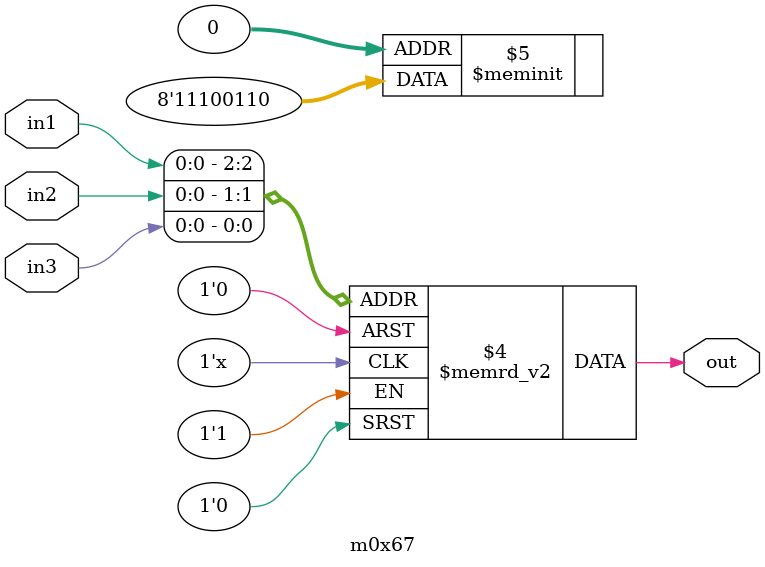
<source format=v>
module m0x67(output out, input in1, in2, in3);

   always @(in1, in2, in3)
     begin
        case({in1, in2, in3})
          3'b000: {out} = 1'b0;
          3'b001: {out} = 1'b1;
          3'b010: {out} = 1'b1;
          3'b011: {out} = 1'b0;
          3'b100: {out} = 1'b0;
          3'b101: {out} = 1'b1;
          3'b110: {out} = 1'b1;
          3'b111: {out} = 1'b1;
        endcase // case ({in1, in2, in3})
     end // always @ (in1, in2, in3)

endmodule // m0x67
</source>
